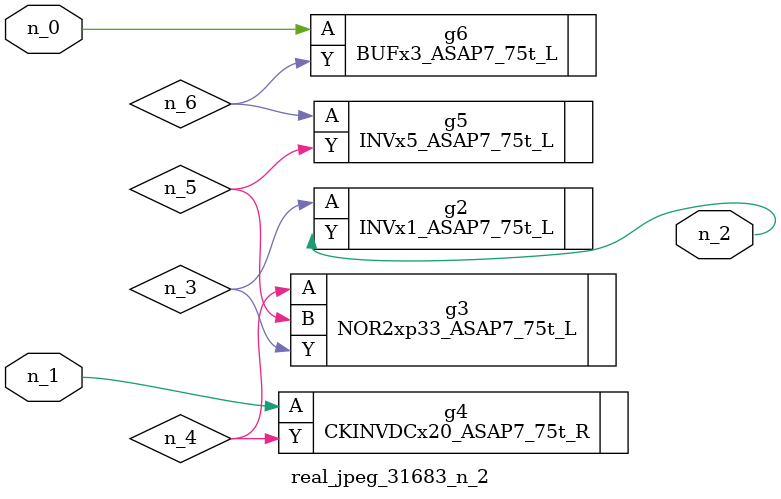
<source format=v>
module real_jpeg_31683_n_2 (n_1, n_0, n_2);

input n_1;
input n_0;

output n_2;

wire n_5;
wire n_4;
wire n_6;
wire n_3;

BUFx3_ASAP7_75t_L g6 ( 
.A(n_0),
.Y(n_6)
);

CKINVDCx20_ASAP7_75t_R g4 ( 
.A(n_1),
.Y(n_4)
);

INVx1_ASAP7_75t_L g2 ( 
.A(n_3),
.Y(n_2)
);

NOR2xp33_ASAP7_75t_L g3 ( 
.A(n_4),
.B(n_5),
.Y(n_3)
);

INVx5_ASAP7_75t_L g5 ( 
.A(n_6),
.Y(n_5)
);


endmodule
</source>
